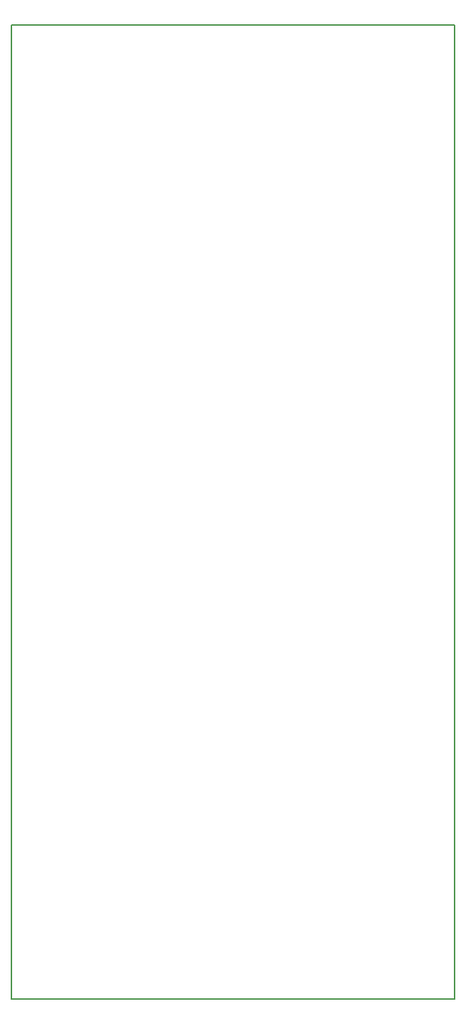
<source format=gbr>
G04 #@! TF.FileFunction,Profile,NP*
%FSLAX46Y46*%
G04 Gerber Fmt 4.6, Leading zero omitted, Abs format (unit mm)*
G04 Created by KiCad (PCBNEW 4.0.3-stable) date 09/30/16 03:10:32*
%MOMM*%
%LPD*%
G01*
G04 APERTURE LIST*
%ADD10C,0.100000*%
%ADD11C,0.150000*%
G04 APERTURE END LIST*
D10*
D11*
X149360000Y-158000000D02*
X201860000Y-158000000D01*
X149360000Y-42500000D02*
X149360000Y-158000000D01*
X201860000Y-42500000D02*
X149360000Y-42500000D01*
X201860000Y-158000000D02*
X201860000Y-42500000D01*
M02*

</source>
